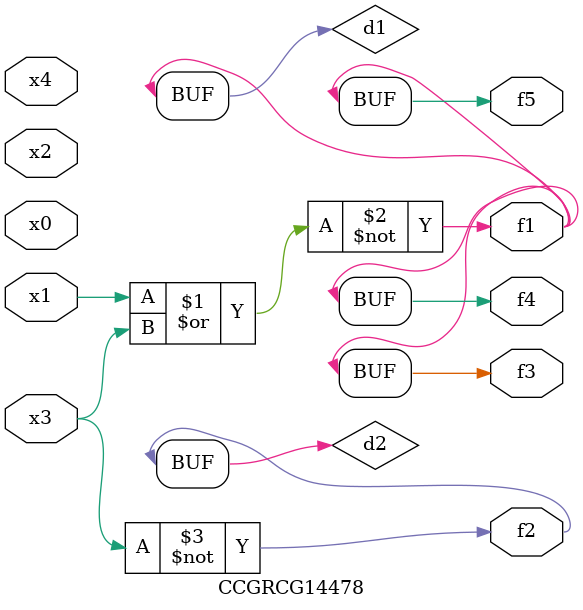
<source format=v>
module CCGRCG14478(
	input x0, x1, x2, x3, x4,
	output f1, f2, f3, f4, f5
);

	wire d1, d2;

	nor (d1, x1, x3);
	not (d2, x3);
	assign f1 = d1;
	assign f2 = d2;
	assign f3 = d1;
	assign f4 = d1;
	assign f5 = d1;
endmodule

</source>
